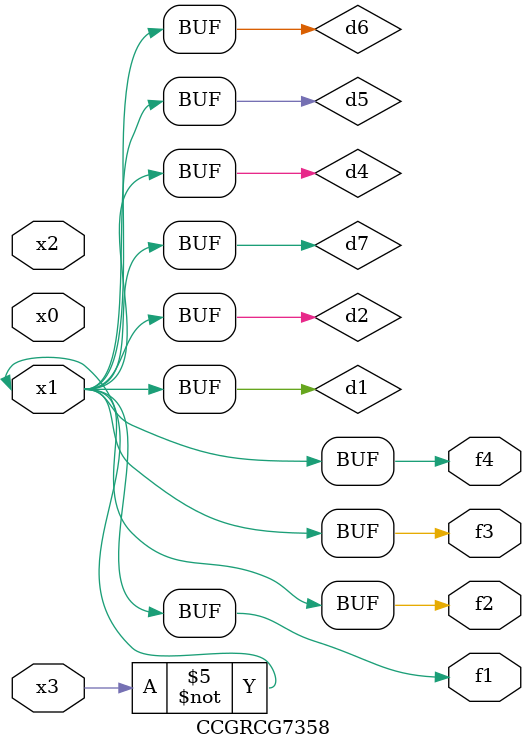
<source format=v>
module CCGRCG7358(
	input x0, x1, x2, x3,
	output f1, f2, f3, f4
);

	wire d1, d2, d3, d4, d5, d6, d7;

	not (d1, x3);
	buf (d2, x1);
	xnor (d3, d1, d2);
	nor (d4, d1);
	buf (d5, d1, d2);
	buf (d6, d4, d5);
	nand (d7, d4);
	assign f1 = d6;
	assign f2 = d7;
	assign f3 = d6;
	assign f4 = d6;
endmodule

</source>
